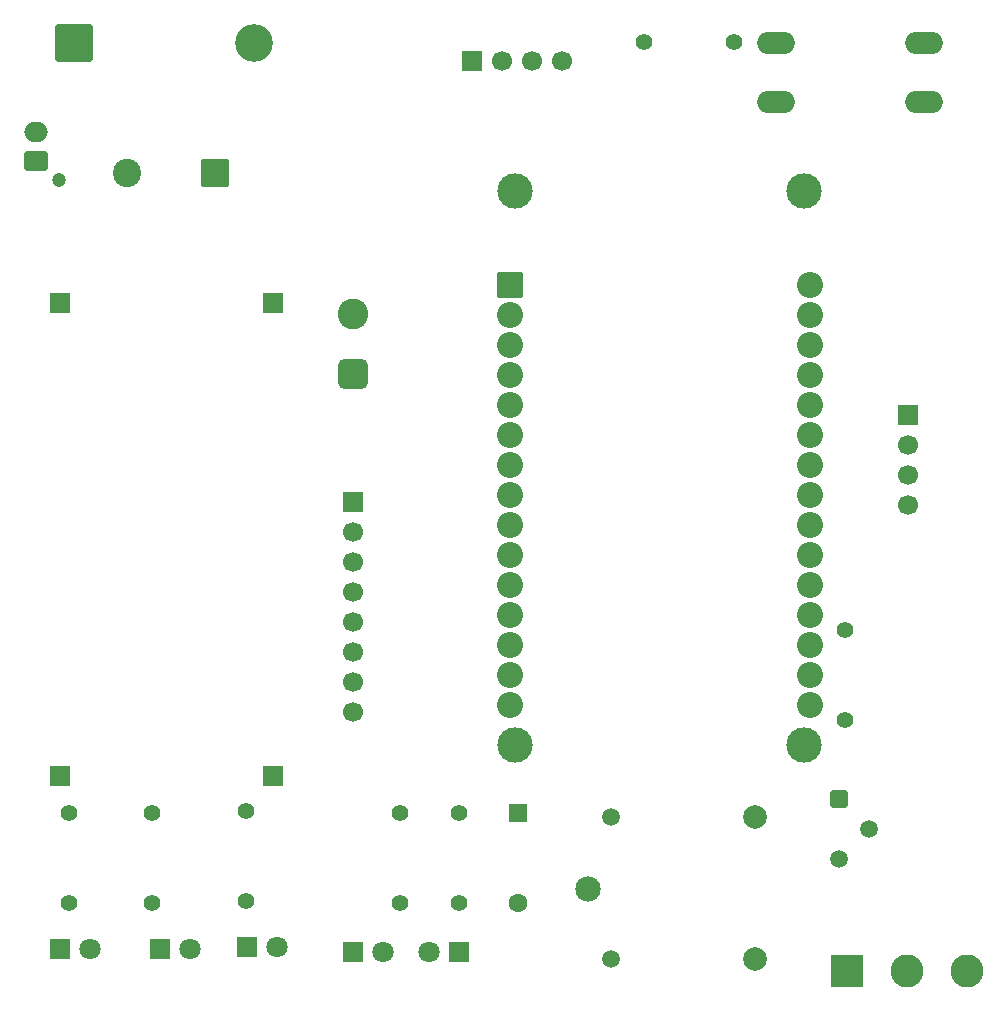
<source format=gbr>
%TF.GenerationSoftware,KiCad,Pcbnew,9.0.4*%
%TF.CreationDate,2025-11-05T17:19:51+05:30*%
%TF.ProjectId,BikeSSv3,42696b65-5353-4763-932e-6b696361645f,rev?*%
%TF.SameCoordinates,Original*%
%TF.FileFunction,Soldermask,Bot*%
%TF.FilePolarity,Negative*%
%FSLAX46Y46*%
G04 Gerber Fmt 4.6, Leading zero omitted, Abs format (unit mm)*
G04 Created by KiCad (PCBNEW 9.0.4) date 2025-11-05 17:19:51*
%MOMM*%
%LPD*%
G01*
G04 APERTURE LIST*
G04 Aperture macros list*
%AMRoundRect*
0 Rectangle with rounded corners*
0 $1 Rounding radius*
0 $2 $3 $4 $5 $6 $7 $8 $9 X,Y pos of 4 corners*
0 Add a 4 corners polygon primitive as box body*
4,1,4,$2,$3,$4,$5,$6,$7,$8,$9,$2,$3,0*
0 Add four circle primitives for the rounded corners*
1,1,$1+$1,$2,$3*
1,1,$1+$1,$4,$5*
1,1,$1+$1,$6,$7*
1,1,$1+$1,$8,$9*
0 Add four rect primitives between the rounded corners*
20,1,$1+$1,$2,$3,$4,$5,0*
20,1,$1+$1,$4,$5,$6,$7,0*
20,1,$1+$1,$6,$7,$8,$9,0*
20,1,$1+$1,$8,$9,$2,$3,0*%
G04 Aperture macros list end*
%ADD10R,1.700000X1.700000*%
%ADD11C,1.700000*%
%ADD12C,1.400000*%
%ADD13R,1.800000X1.800000*%
%ADD14C,1.800000*%
%ADD15RoundRect,0.250000X-0.500000X0.500000X-0.500000X-0.500000X0.500000X-0.500000X0.500000X0.500000X0*%
%ADD16C,1.500000*%
%ADD17RoundRect,0.650000X0.650000X-0.650000X0.650000X0.650000X-0.650000X0.650000X-0.650000X-0.650000X0*%
%ADD18C,2.600000*%
%ADD19O,3.200000X1.900000*%
%ADD20R,2.800000X2.800000*%
%ADD21C,2.800000*%
%ADD22C,1.200000*%
%ADD23RoundRect,0.250000X0.750000X-0.600000X0.750000X0.600000X-0.750000X0.600000X-0.750000X-0.600000X0*%
%ADD24O,2.000000X1.700000*%
%ADD25RoundRect,0.250000X-1.350000X-1.350000X1.350000X-1.350000X1.350000X1.350000X-1.350000X1.350000X0*%
%ADD26C,3.200000*%
%ADD27C,1.512000*%
%ADD28C,2.154000*%
%ADD29C,2.004000*%
%ADD30RoundRect,0.250000X-0.550000X0.550000X-0.550000X-0.550000X0.550000X-0.550000X0.550000X0.550000X0*%
%ADD31C,1.600000*%
%ADD32C,3.000000*%
%ADD33RoundRect,0.102000X-1.000000X-1.000000X1.000000X-1.000000X1.000000X1.000000X-1.000000X1.000000X0*%
%ADD34C,2.204000*%
%ADD35C,2.400000*%
%ADD36RoundRect,0.250001X0.949999X0.949999X-0.949999X0.949999X-0.949999X-0.949999X0.949999X-0.949999X0*%
G04 APERTURE END LIST*
D10*
%TO.C,J107*%
X229980000Y-79525000D03*
D11*
X232520000Y-79525000D03*
X235060000Y-79525000D03*
X237600000Y-79525000D03*
%TD*%
D12*
%TO.C,R103*%
X195880000Y-150810000D03*
X195880000Y-143190000D03*
%TD*%
%TO.C,R105*%
X228880000Y-143190000D03*
X228880000Y-150810000D03*
%TD*%
%TO.C,R102*%
X210880000Y-150610000D03*
X210880000Y-142990000D03*
%TD*%
D13*
%TO.C,D103*%
X210930000Y-154525000D03*
D14*
X213470000Y-154525000D03*
%TD*%
D15*
%TO.C,Q101*%
X261060000Y-141985000D03*
D16*
X263600000Y-144525000D03*
X261060000Y-147065000D03*
%TD*%
D10*
%TO.C,J104*%
X219880000Y-116840000D03*
D11*
X219880000Y-119380000D03*
X219880000Y-121920000D03*
X219880000Y-124460000D03*
X219880000Y-127000000D03*
X219880000Y-129540000D03*
X219880000Y-132080000D03*
X219880000Y-134620000D03*
%TD*%
D10*
%TO.C,J108*%
X195100000Y-140025000D03*
%TD*%
D13*
%TO.C,D106*%
X228880000Y-155000000D03*
D14*
X226340000Y-155000000D03*
%TD*%
D17*
%TO.C,TP101*%
X219880000Y-106065000D03*
D18*
X219880000Y-100985000D03*
%TD*%
D13*
%TO.C,D107*%
X219880000Y-155000000D03*
D14*
X222420000Y-155000000D03*
%TD*%
D19*
%TO.C,SW102*%
X255750000Y-78025000D03*
X268250000Y-78025000D03*
X255750000Y-83025000D03*
X268250000Y-83025000D03*
%TD*%
D10*
%TO.C,J105*%
X266880000Y-109460000D03*
D11*
X266880000Y-112000000D03*
X266880000Y-114540000D03*
X266880000Y-117080000D03*
%TD*%
D10*
%TO.C,J106*%
X195100000Y-100025000D03*
%TD*%
D12*
%TO.C,R107*%
X261600000Y-127715000D03*
X261600000Y-135335000D03*
%TD*%
D20*
%TO.C,J112*%
X261720000Y-156600000D03*
D21*
X266800000Y-156600000D03*
X271880000Y-156600000D03*
%TD*%
D22*
%TO.C,J101*%
X195053674Y-89600000D03*
D23*
X193053674Y-88000000D03*
D24*
X193053674Y-85500000D03*
%TD*%
D25*
%TO.C,D101*%
X196260000Y-78000000D03*
D26*
X211500000Y-78000000D03*
%TD*%
D12*
%TO.C,R104*%
X244590000Y-77925000D03*
X252210000Y-77925000D03*
%TD*%
D27*
%TO.C,K101*%
X241780000Y-143525000D03*
X241780000Y-155525000D03*
D28*
X239780000Y-149645000D03*
D29*
X253980000Y-143525000D03*
X253980000Y-155525000D03*
%TD*%
D10*
%TO.C,J103*%
X213100000Y-140025000D03*
%TD*%
D30*
%TO.C,D105*%
X233880000Y-143190000D03*
D31*
X233880000Y-150810000D03*
%TD*%
D13*
%TO.C,D104*%
X195130000Y-154725000D03*
D14*
X197670000Y-154725000D03*
%TD*%
D13*
%TO.C,D102*%
X203530000Y-154725000D03*
D14*
X206070000Y-154725000D03*
%TD*%
D12*
%TO.C,R106*%
X223880000Y-143190000D03*
X223880000Y-150810000D03*
%TD*%
%TO.C,R101*%
X202880000Y-150810000D03*
X202880000Y-143190000D03*
%TD*%
D32*
%TO.C,U101*%
X233600000Y-90525000D03*
X233600000Y-137475000D03*
X258110000Y-90525000D03*
X258110000Y-137475000D03*
D33*
X233180000Y-98485000D03*
D34*
X233180000Y-101025000D03*
X233180000Y-103565000D03*
X233180000Y-106105000D03*
X233180000Y-108645000D03*
X233180000Y-111185000D03*
X233180000Y-113725000D03*
X233180000Y-116265000D03*
X233180000Y-118805000D03*
X233180000Y-121345000D03*
X233180000Y-123885000D03*
X233180000Y-126425000D03*
X233180000Y-128965000D03*
X233180000Y-131505000D03*
X233180000Y-134045000D03*
X258580000Y-134045000D03*
X258580000Y-131505000D03*
X258580000Y-128965000D03*
X258580000Y-126425000D03*
X258580000Y-123885000D03*
X258580000Y-121345000D03*
X258580000Y-118805000D03*
X258580000Y-116265000D03*
X258580000Y-113725000D03*
X258580000Y-111185000D03*
X258580000Y-108645000D03*
X258580000Y-106105000D03*
X258580000Y-103565000D03*
X258580000Y-101025000D03*
X258580000Y-98485000D03*
%TD*%
D10*
%TO.C,J102*%
X213100000Y-100025000D03*
%TD*%
D35*
%TO.C,C101*%
X200752651Y-89000000D03*
D36*
X208252651Y-89000000D03*
%TD*%
M02*

</source>
